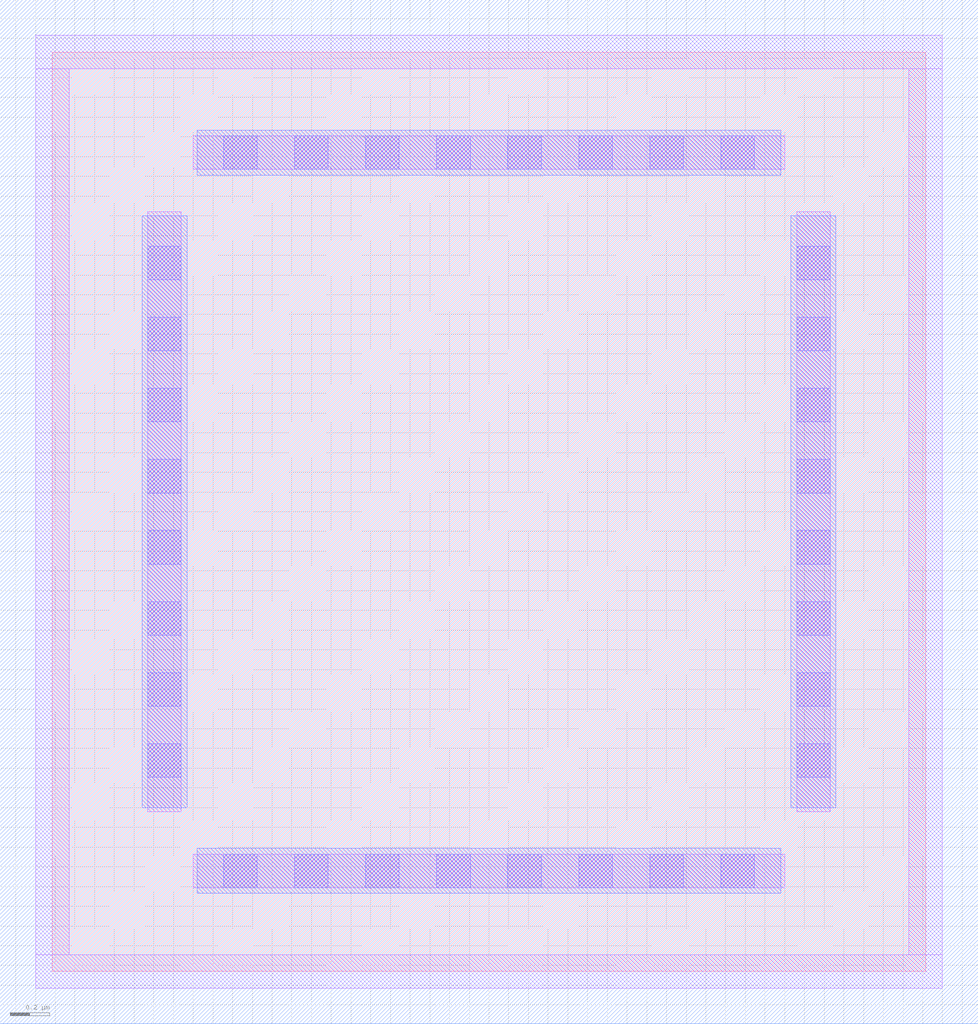
<source format=lef>
MACRO sky130_fd_pr__pfet_01v8_NXK9QA
  CLASS BLOCK ;
  FOREIGN sky130_fd_pr__pfet_01v8_NXK9QA ;
  ORIGIN 2.215 2.330 ;
  SIZE 4.430 BY 4.660 ;
  OBS
      LAYER nwell ;
        RECT -2.480 -2.595 2.480 2.595 ;
      LAYER li1 ;
        RECT -2.300 2.245 2.300 2.415 ;
        RECT -2.300 -2.245 -2.130 2.245 ;
        RECT -1.500 1.735 1.500 1.905 ;
        RECT -1.730 -1.520 -1.560 1.520 ;
        RECT 1.560 -1.520 1.730 1.520 ;
        RECT -1.500 -1.905 1.500 -1.735 ;
        RECT 2.130 -2.245 2.300 2.245 ;
        RECT -2.300 -2.415 2.300 -2.245 ;
      LAYER mcon ;
        RECT -1.345 1.735 -1.175 1.905 ;
        RECT -0.985 1.735 -0.815 1.905 ;
        RECT -0.625 1.735 -0.455 1.905 ;
        RECT -0.265 1.735 -0.095 1.905 ;
        RECT 0.095 1.735 0.265 1.905 ;
        RECT 0.455 1.735 0.625 1.905 ;
        RECT 0.815 1.735 0.985 1.905 ;
        RECT 1.175 1.735 1.345 1.905 ;
        RECT -1.730 1.175 -1.560 1.345 ;
        RECT -1.730 0.815 -1.560 0.985 ;
        RECT -1.730 0.455 -1.560 0.625 ;
        RECT -1.730 0.095 -1.560 0.265 ;
        RECT -1.730 -0.265 -1.560 -0.095 ;
        RECT -1.730 -0.625 -1.560 -0.455 ;
        RECT -1.730 -0.985 -1.560 -0.815 ;
        RECT -1.730 -1.345 -1.560 -1.175 ;
        RECT 1.560 1.175 1.730 1.345 ;
        RECT 1.560 0.815 1.730 0.985 ;
        RECT 1.560 0.455 1.730 0.625 ;
        RECT 1.560 0.095 1.730 0.265 ;
        RECT 1.560 -0.265 1.730 -0.095 ;
        RECT 1.560 -0.625 1.730 -0.455 ;
        RECT 1.560 -0.985 1.730 -0.815 ;
        RECT 1.560 -1.345 1.730 -1.175 ;
        RECT -1.345 -1.905 -1.175 -1.735 ;
        RECT -0.985 -1.905 -0.815 -1.735 ;
        RECT -0.625 -1.905 -0.455 -1.735 ;
        RECT -0.265 -1.905 -0.095 -1.735 ;
        RECT 0.095 -1.905 0.265 -1.735 ;
        RECT 0.455 -1.905 0.625 -1.735 ;
        RECT 0.815 -1.905 0.985 -1.735 ;
        RECT 1.175 -1.905 1.345 -1.735 ;
      LAYER met1 ;
        RECT -1.480 1.705 1.480 1.935 ;
        RECT -1.760 -1.500 -1.530 1.500 ;
        RECT 1.530 -1.500 1.760 1.500 ;
        RECT -1.480 -1.935 1.480 -1.705 ;
  END
END sky130_fd_pr__pfet_01v8_NXK9QA
END LIBRARY


</source>
